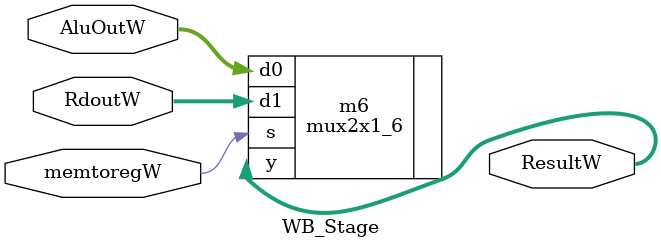
<source format=v>
module WB_Stage(
input [18:0]RdoutW,
input [18:0]AluOutW,
input memtoregW,
output [18:0] ResultW
);

mux2x1_6 m6( .d0(AluOutW),
             .d1(RdoutW),
				 .s(memtoregW),
				 .y(ResultW)
				 );
endmodule
				 
</source>
